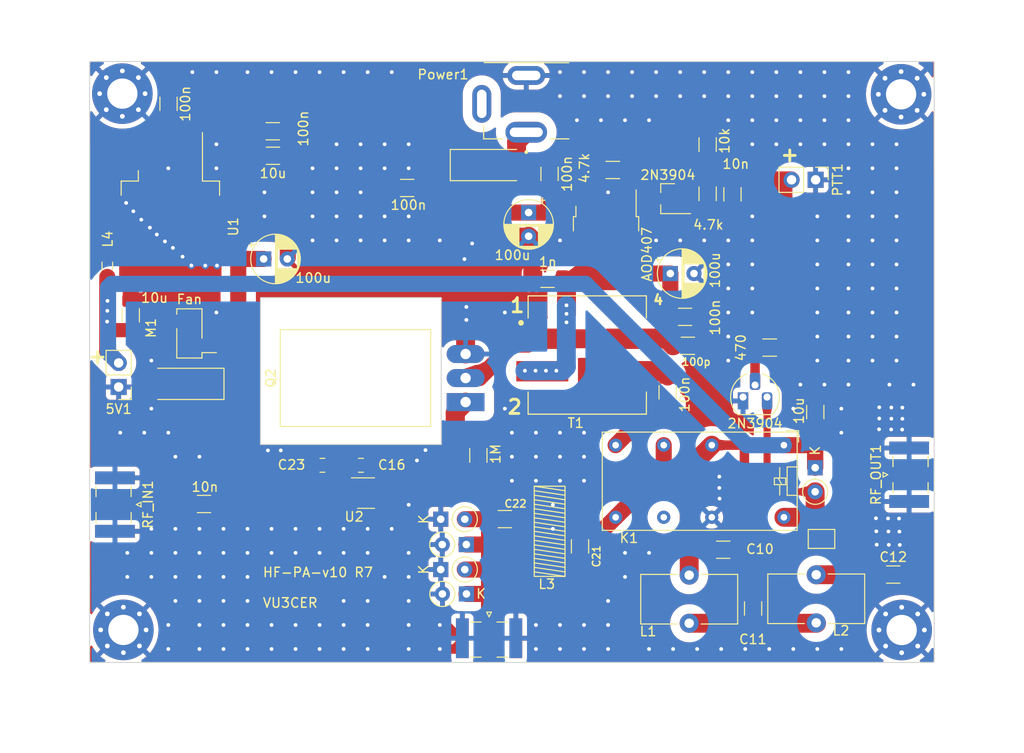
<source format=kicad_pcb>
(kicad_pcb (version 20221018) (generator pcbnew)
  (layers (0 "F.Cu" signal) (31 "B.Cu" signal) (35 "F.Paste" user) (37 "F.SilkS" user "F.Silkscreen") (38 "B.Mask" user) (39 "F.Mask" user) (44 "Edge.Cuts" user))
  (net 0 "")
  (net 1 "GND")
  (net 2 "+VDC")
  (net 3 "Net-(C7-Pad2)")
  (net 4 "PTT")
  (net 5 "/DRAIN")
  (net 6 "Net-(Q2-G)")
  (net 7 "Net-(Q3-G)")
  (net 8 "Net-(Q4-B)")
  (net 9 "+5V")
  (net 10 "12V")
  (net 12 "Net-(Q3-D)")
  (net 13 "Net-(C11-Pad1)")
  (net 14 "Net-(JP1-B)")
  (net 15 "RF_OUT")
  (net 16 "Net-(D3-A)")
  (net 17 "LPF")
  (net 18 "RX")
  (net 20 "Net-(Q1-B)")
  (net 21 "Net-(RF_IN1-In)")
  (net 22 "Net-(U2-IN+)")
  (net 23 "Net-(C21-Pad2)")
  (net 24 "Net-(D4-A)")
  (net 25 "Net-(U1-OUT)")
  (footprint "Capacitor_SMD:C_1206_3216Metric_Pad1.33x1.80mm_HandSolder" (layer "F.Cu") (at 157.0867 72.7964)
    (fp_text reference "C2" hide)
    (fp_text value "10u")
  )
  (footprint "Capacitor_SMD:C_1206_3216Metric_Pad1.33x1.80mm_HandSolder" (layer "F.Cu") (at 198.79 97.79 90)
    (fp_text reference "C7" hide)
    (fp_text value "100n")
  )
  (footprint "Package_TO_SOT_THT:TO-220-3_Horizontal_TabDown" (layer "F.Cu") (at 177.44 98.825 90)
    (fp_text reference "Q2")
    (fp_text value "IRF510")
  )
  (footprint "Diode_SMD:D_SMA_Handsoldering" (layer "F.Cu") (at 180.33 73.78)
    (fp_text reference "D1" hide)
    (fp_text value "SS34" hide)
  )
  (footprint "Capacitor_THT:CP_Radial_D5.0mm_P2.50mm" (layer "F.Cu") (at 199.0744 85.2424)
    (fp_text reference "C5" hide)
    (fp_text value "100u")
  )
  (footprint "Resistor_SMD:R_1206_3216Metric_Pad1.30x1.75mm_HandSolder" (layer "F.Cu") (at 203.015 71.6175 90)
    (fp_text reference "R2" hide)
    (fp_text value "10k")
  )
  (footprint "Diode_THT:D_DO-35_SOD27_P2.54mm_Vertical_KathodeUp" (layer "F.Cu") (at 174.814314 111.2)
    (fp_text reference "D4" hide)
    (fp_text value "1N4148" hide)
  )
  (footprint "MountingHole:MountingHole_3.2mm_M3_Pad_Via" (layer "F.Cu") (at 141.28 122.9)
    (fp_text reference "H3" hide)
    (fp_text value "MountingHole_Pad" hide)
  )
  (footprint "Capacitor_SMD:C_1206_3216Metric_Pad1.33x1.80mm_HandSolder" (layer "F.Cu") (at 186.1 85.8 180)
    (fp_text reference "C17" hide)
    (fp_text value "1n")
  )
  (footprint "Package_TO_SOT_SMD:SOT-23-5_HandSoldering" (layer "F.Cu") (at 166.9211 108.4425)
    (fp_text reference "U2")
    (fp_text value "UCC27517DBVR" hide)
  )
  (footprint "Connector_Coaxial:SMA_Samtec_SMA-J-P-X-ST-EM1_EdgeMount" (layer "F.Cu") (at 224.31 106.5 90)
    (fp_text reference "RF_OUT1")
    (fp_text value "SMA" hide)
  )
  (footprint "Capacitor_SMD:C_1206_3216Metric_Pad1.33x1.80mm_HandSolder" (layer "F.Cu") (at 205.64 76.8675 -90)
    (fp_text reference "C4" hide)
    (fp_text value "10n")
  )
  (footprint "Inductor_THT:L_Toroid_Vertical_L10.0mm_W5.0mm_P5.08mm" (layer "F.Cu") (at 214.49 122.15 180)
    (fp_text reference "L2")
    (fp_text value "360n" hide)
  )
  (footprint "Capacitor_THT:CP_Radial_D5.0mm_P2.50mm" (layer "F.Cu") (at 156.1 83.7)
    (fp_text reference "C20" hide)
    (fp_text value "100u")
  )
  (footprint "Diode_THT:D_DO-35_SOD27_P2.54mm_Vertical_KathodeUp" (layer "F.Cu") (at 177.515685 113.88 180)
    (fp_text reference "D7" hide)
    (fp_text value "1N4148" hide)
  )
  (footprint "Resistor_SMD:R_1206_3216Metric_Pad1.30x1.75mm_HandSolder" (layer "F.Cu") (at 178.79 104.46 -90)
    (fp_text reference "R1" hide)
    (fp_text value "1M")
  )
  (footprint "Capacitor_SMD:C_1206_3216Metric_Pad1.33x1.80mm_HandSolder" (layer "F.Cu") (at 186.309 74.7145 90)
    (fp_text reference "C14" hide)
    (fp_text value "100n")
  )
  (footprint "Connector_PinHeader_2.54mm:PinHeader_1x02_P2.54mm_Vertical" (layer "F.Cu") (at 214.4258 75.3364 -90)
    (fp_text reference "PTT1")
    (fp_text value "PTT" hide)
  )
  (footprint "Diode_THT:D_DO-35_SOD27_P2.54mm_Vertical_KathodeUp" (layer "F.Cu") (at 214.376 105.762315 -90)
    (fp_text reference "D3" hide)
    (fp_text value "1N4148" hide)
  )
  (footprint "footprints:XKB_DC-005-5A-2.0_Modded" (layer "F.Cu") (at 183.85 64.3125 -90)
    (fp_text reference "Power1")
    (fp_text value "DC-005 (Barrel Jack)" hide)
  )
  (footprint "Package_TO_SOT_SMD:TO-252-2" (layer "F.Cu") (at 192.28 81.7 -90)
    (fp_text reference "Q3" hide)
    (fp_text value "AOD407")
  )
  (footprint "Capacitor_THT:CP_Radial_D5.0mm_P2.50mm" (layer "F.Cu") (at 184.1 78.8 -90)
    (fp_text reference "C15" hide)
    (fp_text value "100u")
  )
  (footprint "Capacitor_SMD:C_1206_3216Metric_Pad1.33x1.80mm_HandSolder" (layer "F.Cu") (at 146.05 67.31 90)
    (fp_text reference "C9" hide)
    (fp_text value "100n")
  )
  (footprint "Connector_Coaxial:SMA_Samtec_SMA-J-P-X-ST-EM1_EdgeMount" (layer "F.Cu") (at 179.92 123.7775)
    (fp_text reference "RX1" hide)
    (fp_text value "SMA" hide)
  )
  (footprint "Capacitor_SMD:C_0805_2012Metric_Pad1.18x1.45mm_HandSolder" (layer "F.Cu") (at 166.3786 105.5025)
    (fp_text reference "C16")
    (fp_text value "10u")
  )
  (footprint "MountingHole:MountingHole_3.2mm_M3_Pad_Via" (layer "F.Cu") (at 223.52 122.91)
    (fp_text reference "H4" hide)
    (fp_text value "MountingHole_Pad" hide)
  )
  (footprint "Capacitor_SMD:C_1206_3216Metric_Pad1.33x1.80mm_HandSolder" (layer "F.Cu") (at 214.39 99.88 90)
    (fp_text reference "C13" hide)
    (fp_text value "10u")
  )
  (footprint "Capacitor_SMD:C_1206_3216Metric_Pad1.33x1.80mm_HandSolder" (layer "F.Cu") (at 157.0613 70.2056)
    (fp_text reference "C1" hide)
    (fp_text value "100n")
  )
  (footprint "Package_TO_SOT_SMD:TO-263-2" (layer "F.Cu") (at 146.245 80.295 -90)
    (fp_text reference "U1")
    (fp_text value "L7805")
  )
  (footprint "Resistor_SMD:R_1206_3216Metric_Pad1.30x1.75mm_HandSolder" (layer "F.Cu") (at 203.015 76.8175 90)
    (fp_text reference "R9" hide)
    (fp_text value "4.7k")
  )
  (footprint "Capacitor_SMD:C_1206_3216Metric_Pad1.33x1.80mm_HandSolder" (layer "F.Cu") (at 181.59 111.19 180)
    (fp_text reference "C22")
    (fp_text value "470p" hide)
  )
  (footprint "Capacitor_SMD:C_1206_3216Metric_Pad1.33x1.80mm_HandSolder" (layer "F.Cu") (at 171.2675 76.2 180)
    (fp_text reference "C18" hide)
    (fp_text value "100n")
  )
  (footprint "footprints:IND_SRF1260A-4R7Y-Longer-Pads" (layer "F.Cu") (at 190.295 93.85)
    (fp_text reference "T1")
    (fp_text value "Bifilar XFMR" hide)
  )
  (footprint "Package_TO_SOT_SMD:SOT-23_Handsoldering" (layer "F.Cu") (at 198.82 77.33 180)
    (fp_text reference "Q4" hide)
    (fp_text value "2N3904")
  )
  (footprint "Connector_Coaxial:SMA_Samtec_SMA-J-P-X-ST-EM1_EdgeMount" (layer "F.Cu") (at 140.3861 109.6525 -90)
    (fp_text reference "RF_IN1")
    (fp_text value "SMA" hide)
  )
  (footprint "Diode_SMD:D_SMA_Handsoldering" (layer "F.Cu") (at 147.4 96.9 180)
    (fp_text reference "D2" hide)
    (fp_text value "M7 (1N4007)" hide)
  )
  (footprint "Capacitor_SMD:C_1206_3216Metric_Pad1.33x1.80mm_HandSolder" (layer "F.Cu") (at 200.93 92.88)
    (fp_text reference "C3" hide)
    (fp_text value "100p")
  )
  (footprint "Connector_PinHeader_2.54mm:PinHeader_1x02_P2.54mm_Vertical" (layer "F.Cu") (at 140.78 97.23 180)
    (fp_text reference "5V1")
    (fp_text value "5V" hide)
  )
  (footprint "Capacitor_SMD:C_0805_2012Metric_Pad1.18x1.45mm_HandSolder" (layer "F.Cu") (at 162.3086 105.5025 180)
    (fp_text reference "C23")
    (fp_text value "100n" hide)
  )
  (footprint "Capacitor_SMD:C_1206_3216Metric_Pad1.33x1.80mm_HandSolder" (layer "F.Cu") (at 200.63 89.82)
    (fp_text reference "C6" hide)
    (fp_text value "100n")
  )
  (footprint "Jumper:SolderJumper-2_P1.3mm_Open_TrianglePad1.0x1.5mm" (layer "F.Cu") (at 215.048 113.284)
    (fp_text reference "JP1" hide)
    (fp_text value "Jumper_2_Open" hide)
  )
  (footprint "MountingHole:MountingHole_3.2mm_M3_Pad_Via" (layer "F.Cu") (at 141.17 66.23)
    (fp_text reference "H1" hide)
    (fp_text value "MountingHole_Pad" hide)
  )
  (footprint "Capacitor_SMD:C_1206_3216Metric_Pad1.33x1.80mm_HandSolder" (layer "F.Cu") (at 149.7961 109.5925)
    (fp_text reference "C19" hide)
    (fp_text value "10n")
  )
  (footprint "Diode_THT:D_DO-35_SOD27_P2.54mm_Vertical_KathodeUp" (layer "F.Cu") (at 174.814314 116.52)
    (fp_text reference "D6" hide)
    (fp_text value "1N4148" hide)
  )
  (footprint "Capacitor_SMD:C_1206_3216Metric_Pad1.33x1.80mm_HandSolder" (layer "F.Cu") (at 204.67 114.427)
    (fp_text reference "C10")
    (fp_text value "120p" hide)
  )
  (footprint "footprints:T37-2" (layer "F.Cu") (at 186.32 112.48 180)
    (fp_text reference "L3")
    (fp_text value "1.02u" hide)
  )
  (footprint "Relay_THT:Relay_DPDT_Omron_G5V-2" (layer "F.Cu") (at 211.074 103.378 -90)
    (fp_text reference "K1")
    (fp_text value "Omron G5V-2 / OEN 46-05-2C" hide)
  )
  (footprint "Inductor_SMD:L_0805_2012Metric_Pad1.05x1.20mm_HandSolder" (layer "F.Cu") (at 139.58 84.45 90)
    (fp_text reference "L4")
    (fp_text value "Ferrite Bead (2A)")
  )
  (footprint "Capacitor_SMD:C_1206_3216Metric_Pad1.33x1.80mm_HandSolder" (layer "F.Cu") (at 142.06 89.66 90)
    (fp_text reference "C8" hide)
    (fp_text value "10u")
  )
  (footprint "Inductor_THT:L_Toroid_Vertical_L10.0mm_W5.0mm_P5.08mm" (layer "F.Cu") (at 201.0675 117.115)
    (fp_text reference "L1")
    (fp_text value "360n" hide)
  )
  (footprint "Capacitor_SMD:C_1206_3216Metric_Pad1.33x1.80mm_HandSolder" (layer "F.Cu") (at 207.82 120.6325 90)
    (fp_text reference "C11")
    (fp_text value "200p" hide)
  )
  (footprint "Capacitor_SMD:C_1206_3216Metric_Pad1.33x1.80mm_HandSolder" (layer "F.Cu") (at 189.53 114.07 -90)
    (fp_text reference "C21")
    (fp_text value "470p" hide)
  )
  (footprint "MountingHole:MountingHole_3.2mm_M3_Pad_Via" (layer "F.Cu") (at 223.457056 66.302944)
    (fp_text reference "H2" hide)
    (fp_text value "MountingHole_Pad" hide)
  )
  (footprint "Resistor_SMD:R_1206_3216Metric_Pad1.30x1.75mm_HandSolder" (layer "F.Cu") (at 193 74.3 180)
    (fp_text reference "R8" hide)
    (fp_text value "4.7k")
  )
  (footprint "Capacitor_SMD:C_1206_3216Metric_Pad1.33x1.80mm_HandSolder" (layer "F.Cu") (at 222.6275 117.05)
    (fp_text reference "C12")
    (fp_text value "120p" hide)
  )
  (footprint "Connector_PinHeader_2.54mm:PinHeader_1x02_P2.54mm_Vertical_SMD_Pin1Left" (layer "F.Cu") (at 148.255 91.57 180)
    (fp_text reference "M1")
    (fp_text value "Fan")
  )
  (footprint "Resistor_SMD:R_1206_3216Metric_Pad1.30x1.75mm_HandSolder" (layer "F.Cu") (at 209.5754 93.0656 180)
    (fp_text reference "R4" hide)
    (fp_text value "470")
  )
  (footprint "Package_TO_SOT_THT:TO-92_HandSolder" (layer "F.Cu") (at 206.756 98.298)
    (fp_text reference "Q1" hide)
    (fp_text value "2N3904")
  )
  (footprint "Diode_THT:D_DO-35_SOD27_P2.54mm_Vertical_KathodeUp" (layer "F.Cu") (at 177.53 119.1 180)
    (fp_text reference "D5" hide)
    (fp_text value "1N4148" hide)
  )
  (gr_rect (start 137.713 62.835) (end 226.958 126.336) (stroke (width 0.1)) (fill none) (layer "Edge.Cuts"))
  (gr_rect (start 155.765 87.8) (end 174.865 103.3) (stroke (width 0.1)) (fill none) (layer "Edge.Cuts"))
  (gr_text "+" (at 137.44 94.85) (layer "F.SilkS") (effects (font (size 1.5 1.5) (thickness 0.3) bold) (justify left bottom)))
  (gr_text "2" (at 181.72 100.22) (layer "F.SilkS") (effects (font (size 1.5 1.5) (thickness 0.3) bold) (justify left bottom)))
  (gr_text "4" (at 197.15 88.61) (layer "F.SilkS") (effects (font (size 1 1) (thickness 0.25) bold) (justify left bottom)))
  (gr_text "1" (at 181.99 89.49) (layer "F.SilkS") (effects (font (size 1.5 1.5) (thickness 0.3) bold) (justify left bottom)))
  (gr_text "+" (at 210.57 73.53) (layer "F.SilkS") (effects (font (size 1.5 1.5) (thickness 0.3) bold) (justify left bottom)))
  (gr_text "HF-PA-v10 R7\n\nVU3CER" (at 155.9306 120.6246) (layer "F.SilkS") (effects (font (size 1 1)) (justify left bottom)))
  (segment (start 200.32 76.38) (end 200.32 72.46) (width 1) (layer "F.Cu") (net 1))
  (segment (start 181.2164 106.02) (end 182.3339 107.1375) (width 1) (layer "F.Cu") (net 1))
  (segment (start 184.5375 81.7375) (end 184.1 81.3) (width 2) (layer "F.Cu") (net 1))
  (segment (start 207.825 117.413641) (end 207.825 119.065) (width 1.5) (layer "F.Cu") (net 1))
  (segment (start 144.272 88.0975) (end 146.5595 88.0975) (width 1.7) (layer "F.Cu") (net 1))
  (segment (start 144.2339 88.1356) (end 144.272 88.0975) (width 1.7) (layer "F.Cu") (net 1))
  (segment (start 200.32 71.45) (end 200.32 70.7875) (width 1) (layer "F.Cu") (net 1))
  (segment (start 158.6492 78.5) (end 158.6492 83.5867) (width 1.7) (layer "F.Cu") (net 1))
  (segment (start 206.94632 115.29232) (end 206.081 114.427) (width 1.5) (layer "F.Cu") (net 1))
  (segment (start 180.2 106.01) (end 178.79 106.01) (width 1) (layer "F.Cu") (net 1))
  (segment (start 184.5375 85.8) (end 184.5375 81.7375) (width 2) (layer "F.Cu") (net 1))
  (segment (start 177.44 90.0982) (end 177.44 88.7686) (width 2) (layer "F.Cu") (net 1))
  (segment (start 180.21 106.02) (end 180.9114 106.02) (width 1) (layer "F.Cu") (net 1))
  (segment (start 200.28 72.5) (end 186.961 72.5) (width 1) (layer "F.Cu") (net 1))
  (segment (start 144.2339 94.4375) (end 144.2339 88.1356) (width 1.7) (layer "F.Cu") (net 1))
  (segment (start 200.32 72.46) (end 200.28 72.5) (width 1) (layer "F.Cu") (net 1))
  (segment (start 158.6492 72.7964) (end 158.6492 70.231) (width 1.7) (layer "F.Cu") (net 1))
  (segment (start 200.32 70.7875) (end 200.9 70.2075) (width 1) (layer "F.Cu") (net 1))
  (segment (start 142.06 88.0975) (end 142.06 85.63) (width 1.7) (layer "F.Cu") (net 1))
  (segment (start 142.06 88.0975) (end 144.272 88.0975) (width 1.7) (layer "F.Cu") (net 1))
  (segment (start 177.44 82.7068) (end 178.0794 82.0674) (width 2) (layer "F.Cu") (net 1))
  (segment (start 200.903 70.0675) (end 200.32 70.6505) (width 1) (layer "F.Cu") (net 1))
  (segment (start 186.461 73) (end 185.9 73) (width 1) (layer "F.Cu") (net 1))
  (segment (start 146.6 88.138) (end 146.6 82.15) (width 1.7) (layer "F.Cu") (net 1))
  (segment (start 168.2711 110.15) (end 168.2711 111.0403) (width 1) (layer "F.Cu") (net 1))
  (segment (start 180.21 106.02) (end 181.2164 106.02) (width 1) (layer "F.Cu") (net 1))
  (segment (start 174.7139 122.3775) (end 175.3875 122.3775) (width 1) (layer "F.Cu") (net 1))
  (segment (start 200.9 70.2075) (end 202.145 70.2075) (width 0.75) (layer "F.Cu") (net 1))
  (segment (start 168.4567 111.0403) (end 169.6339 112.2175) (width 1) (layer "F.Cu") (net 1))
  (segment (start 177.44 83.5958) (end 177.44 82.7068) (width 2) (layer "F.Cu") (net 1))
  (segment (start 146.5595 88.0975) (end 146.6 88.138) (width 1.7) (layer "F.Cu") (net 1))
  (segment (start 177.44 93.745) (end 177.44 90.1402) (width 2) (layer "F.Cu") (net 1))
  (segment (start 186.7 73.4) (end 186.061 73.4) (width 1) (layer "F.Cu") (net 1))
  (segment (start 180.21 106.02) (end 180.2 106.01) (width 1) (layer "F.Cu") (net 1))
  (segment (start 146.6 90.3) (end 146.6 88.138) (width 1.7) (layer "F.Cu") (net 1))
  (segment (start 168.2711 111.0403) (end 168.4567 111.0403) (width 1) (layer "F.Cu") (net 1))
  (segment (start 200.32 71.45) (end 200.32 70.6505) (width 1) (layer "F.Cu") (net 1))
  (segment (start 203.015 70.0675) (end 200.903 70.0675) (width 1) (layer "F.Cu") (net 1))
  (segment (start 174.7139 124.9175) (end 176.2725 124.9175) (width 1) (layer "F.Cu") (net 1))
  (segment (start 207.825 119.065) (end 207.82 119.07) (width 1.5) (layer "F.Cu") (net 1))
  (segment (start 167.2261 108.4425) (end 168.1761 109.3925) (width 0.5) (layer "F.Cu") (net 1))
  (segment (start 176.2725 124.9175) (end 177.1 124.09) (width 1) (layer "F.Cu") (net 1))
  (segment (start 168.2711 111.0403) (end 167.0939 112.2175) (width 1) (layer "F.Cu") (net 1))
  (segment (start 168.2711 109.3925) (end 168.2711 110.15) (width 1) (layer "F.Cu") (net 1))
  (segment (start 165.6661 108.4425) (end 167.2261 108.4425) (width 0.5) (layer "F.Cu") (net 1))
  (segment (start 200.32 72.46) (end 200.32 71.45) (width 1) (layer "F.Cu") (net 1))
  (segment (start 177.44 88.7266) (end 177.44 83.841) (width 2) (layer "F.Cu") (net 1))
  (segment (start 158.6492 72.7964) (end 158.6492 78.5) (width 1.7) (layer "F.Cu") (net 1))
  (segment (start 186.7 72.761) (end 186.7 73.4) (width 1) (layer "F.Cu") (net 1))
  (segment (start 178.7544 81.3924) (end 183.896 81.3924) (width 2) (layer "F.Cu") (net 1))
  (segment (start 178.1302 82.0166) (end 178.7544 81.3924) (width 2) (layer "F.Cu") (net 1))
  (segment (start 178.5 106.02) (end 180.21 106.02) (width 1) (layer "F.Cu") (net 1))
  (segment (start 175.3875 122.3775) (end 177.1 124.09) (width 1) (layer "F.Cu") (net 1))
  (segment (start 180.9114 106.02) (end 182.3339 104.5975) (width 1) (layer "F.Cu") (net 1))
  (segment (start 186.961 72.5) (end 186.7 72.761) (width 1) (layer "F.Cu") (net 1))
  (via (at 217.145 99.5175) (size 0.8) (drill 0.4) (layers "F.Cu" "B.Cu") (net 1))
  (via (at 156.9339 122.3775) (size 0.8) (drill 0.4) (layers "F.Cu" "B.Cu") (net 1))
  (via (at 205.1939 69.0375) (size 0.8) (drill 0.4) (layers "F.Cu" "B.Cu") (net 1))
  (via (at 205.1939 63.9575) (size 0.8) (drill 0.4) (layers "F.Cu" "B.Cu") (net 1))
  (via (at 167.0939 119.8375) (size 0.8) (drill 0.4) (layers "F.Cu" "B.Cu") (net 1))
  (via (at 187.4139 102.0575) (size 0.8) (drill 0.4) (layers "F.Cu" "B.Cu") (net 1))
  (via (at 162.0139 124.9175) (size 0.8) (drill 0.4) (layers "F.Cu" "B.Cu") (net 1))
  (via (at 182.3339 107.1375) (size 0.8) (drill 0.4) (layers "F.Cu" "B.Cu") (net 1))
  (via (at 187.4139 122.3775) (size 0.8) (drill 0.4) (layers "F.Cu" "B.Cu") (net 1))
  (via (at 186.665 112.2175) (size 0.8) (drill 0.4) (layers "F.Cu" "B.Cu") (net 1))
  (via (at 215.3539 69.0375) (size 0.8) (drill 0.4) (layers "F.Cu" "B.Cu") (net 1))
  (via (at 159.4739 114.7575) (size 0.8) (drill 0.4) (layers "F.Cu" "B.Cu") (net 1))
  (via (at 187.4139 104.5975) (size 0.8) (drill 0.4) (layers "F.Cu" "B.Cu") (net 1))
  (via (at 177.5206 88.773) (size 0.8) (drill 0.4) (layers "F.Cu" "B.Cu") (net 1))
  (via (at 214.605 79.1975) (size 0.8) (drill 0.4) (layers "F.Cu" "B.Cu") (net 1))
  (via (at 145.67 81.85) (size 0.8) (drill 0.4) (layers "F.Cu" "B.Cu") (net 1))
  (via (at 222.225 96.9775) (size 0.8) (drill 0.4) (layers "F.Cu" "B.Cu") (net 1))
  (via (at 166.345 81.7375) (size 0.8) (drill 0.4) (layers "F.Cu" "B.Cu") (net 1))
  (via (at 146.025 102.0575) (size 0.8) (drill 0.4) (layers "F.Cu" "B.Cu") (net 1))
  (via (at 200.1139 63.9575) (size 0.8) (drill 0.4) (layers "F.Cu" "B.Cu") (net 1))
  (via (at 222.43 99.4) (size 0.8) (drill 0.4) (layers "F.Cu" "B.Cu") (net 1))
  (via (at 146.7739 117.2975) (size 0.8) (drill 0.4) (layers "F.Cu" "B.Cu") (net 1))
  (via (at 187.4139 124.9175) (size 0.8) (drill 0.4) (layers "F.Cu" "B.Cu") (net 1))
  (via (at 223.59 100.59) (size 0.8) (drill 0.4) (layers "F.Cu" "B.Cu") (net 1))
  (via (at 215.3539 66.4975) (size 0.8) (drill 0.4) (layers "F.Cu" "B.Cu") (net 1))
  (via (at 222.12 112.5) (size 0.8) (drill 0.4) (layers "F.Cu" "B.Cu") (net 1))
  (via (at 223.57 101.73) (size 0.8) (drill 0.4) (layers "F.Cu" "B.Cu") (net 1))
  (via (at 143.17 79.55) (size 0.8) (drill 0.4) (layers "F.Cu" "B.Cu") (net 1))
  (via (at 163.805 76.6575) (size 0.8) (drill 0.4) (layers "F.Cu" "B.Cu") (net 1))
  (via (at 204.445 124.9175) (size 0.8) (drill 0.4) (layers "F.Cu" "B.Cu") (net 1))
  (via (at 204.275 109.025) (size 0.8) (drill 0.4) (layers "F.Cu" "B.Cu") (net 1))
  (via (at 144.2339 114.7575) (size 0.8) (drill 0.4) (layers "F.Cu" "B.Cu") (net 1))
  (via (at 202.6539 63.9575) (size 0.8) (drill 0.4) (layers "F.Cu" "B.Cu") (net 1))
  (via (at 207.7339 69.0375) (size 0.8) (drill 0.4) (layers "F.Cu" "B.Cu") (net 1))
  (via (at 149.3139 114.7575) (size 0.8) (drill 0.4) (layers "F.Cu" "B.Cu") (net 1))
  (via (at 212.065 124.9175) (size 0.8) (drill 0.4) (layers "F.Cu" "B.Cu") (net 1))
  (via (at 187.4139 63.9575) (size 0.8) (drill 0.4) (layers "F.Cu" "B.Cu") (net 1))
  (via (at 223.28 112.51) (size 0.8) (drill 0.4) (layers "F.Cu" "B.Cu") (net 1))
  (via (at 156.185 79.1975) (size 0.8) (drill 0.4) (layers "F.Cu" "B.Cu") (net 1))
  (via (at 141.57 77.78) (size 0.8) (drill 0.4) (layers "F.Cu" "B.Cu") (net 1))
  (via (at 222.9739 81.7375) (size 0.8) (drill 0.4) (layers "F.Cu" "B.Cu") (net 1))
  (via (at 154.3939 117.2975) (size 0.8) (drill 0.4) (layers "F.Cu" "B.Cu") (net 1))
  (via (at 217.8939 91.8975) (size 0.8) (drill 0.4) (layers "F.Cu" "B.Cu") (net 1))
  (via (at 221.15 99.38) (size 0.8) (drill 0.4) (layers "F.Cu" "B.Cu") (net 1))
  (via (at 217.8939 79.1975) (size 0.8) (drill 0.4) (layers "F.Cu" "B.Cu") (net 1))
  (via (at 187.4139 107.1375) (size 0.8) (drill 0.4) (layers "F.Cu" "B.Cu") (net 1))
  (via (at 214.605 89.3575) (size 0.8) (drill 0.4) (layers "F.Cu" "B.Cu") (net 1))
  (via (at 154.3939 124.9175) (size 0.8) (drill 0.4) (layers "F.Cu" "B.Cu") (net 1))
  (via (at 186.665 109.6775) (size 0.8) (drill 0.4) (layers "F.Cu" "B.Cu") (net 1))
  (via (at 151.8539 114.7575) (size 0.8) (drill 0.4) (layers "F.Cu" "B.Cu") (net 1))
  (via (at 222.9739 71.5775) (size 0.8) (drill 0.4) (layers "F.Cu" "B.Cu") (net 1))
  (via (at 207.7339 66.4975) (size 0.8) (drill 0.4) (layers "F.Cu" "B.Cu") (net 1))
  (via (at 161.265 81.7375) (size 0.8) (drill 0.4) (layers "F.Cu" "B.Cu") (net 1))
  (via (at 161.265 79.1975) (size 0.8) (drill 0.4) (layers "F.Cu" "B.Cu") (net 1))
  (via (at 214.605 91.8975) (size 0.8) (drill 0.4) (layers "F.Cu" "B.Cu") (net 1))
  (via (at 217.145 102.0575) (size 0.8) (drill 0.4) (layers "F.Cu" "B.Cu") (net 1))
  (via (at 192.4939 122.3775) (size 0.8) (drill 0.4) (layers "F.Cu" "B.Cu") (net 1))
  (via (at 163.805 81.7375) (size 0.8) (drill 0.4) (layers "F.Cu" "B.Cu") (net 1))
  (via (at 217.8939 84.2775) (size 0.8) (drill 0.4) (layers "F.Cu" "B.Cu") (net 1))
  (via (at 161.265 76.6575) (size 0.8) (drill 0.4) (layers "F.Cu" "B.Cu") (net 1))
  (via (at 217.8939 71.5775) (size 0.8) (drill 0.4) (layers "F.Cu" "B.Cu") (net 1))
  (via (at 171.425 122.3775) (size 0.8) (drill 0.4) (layers "F.Cu" "B.Cu") (net 1))
  (via (at 217.8939 94.4375) (size 0.8) (drill 0.4) (layers "F.Cu" "B.Cu") (net 1))
  (via (at 189.205 69.0375) (size 0.8) (drill 0.4) (layers "F.Cu" "B.Cu") (net 1))
  (via (at 154.3939 119.8375) (size 0.8) (drill 0.4) (layers "F.Cu" "B.Cu") (net 1))
  (via (at 184.8739 104.5975) (size 0.8) (drill 0.4) (layers "F.Cu" "B.Cu") (net 1))
  (via (at 147.53 83.46) (size 0.8) (drill 0.4) (layers "F.Cu" "B.Cu") (net 1))
  (via (at 168.885 81.7375) (size 0.8) (drill 0.4) (layers "F.Cu" "B.Cu") (net 1))
  (via (at 149.93 84.4) (size 0.8) (drill 0.4) (layers "F.Cu" "B.Cu") (net 1))
  (via (at 207.7339 79.1975) (size 0.8) (drill 0.4) (layers "F.Cu" "B.Cu") (net 1))
  (via (at 212.8139 96.9775) (size 0.8) (drill 0.4) (layers "F.Cu" "B.Cu") (net 1))
  (via (at 214.605 86.8175) (size 0.8) (drill 0.4) (layers "F.Cu" "B.Cu") (net 1))
  (via (at 222.41 101.72) (size 0.8) (drill 0.4) (layers "F.Cu" "B.Cu") (net 1))
  (via (at 144.81 81.12) (size 0.8) (drill 0.4) (layers "F.Cu" "B.Cu") (net 1))
  (via (at 144.2339 99.5175) (size 0.8) (drill 0.4) (layers "F.Cu" "B.Cu") (net 1))
  (via (at 217.8939 81.7375) (size 0.8) (drill 0.4) (layers "F.Cu" "B.Cu") (net 1))
  (via (at 215.3539 63.9575) (size 0.8) (drill 0.4) (layers "F.Cu" "B.Cu") (net 1))
  (via (at 171.425 114.7575) (size 0.8) (drill 0.4) (layers "F.Cu" "B.Cu") (net 1))
  (via (at 157.91 103.93) (size 0.8) (drill 0.4) (layers "F.Cu" "B.Cu") (net 1))
  (via (at 195.0339 66.4975) (size 0.8) (drill 0.4) (layers "F.Cu" "B.Cu") (net 1))
  (via (at 217.8939 69.0375) (size 0.8) (drill 0.4) (layers "F.Cu" "B.Cu") (net 1))
  (via (at 162.0139 122.3775) (size 0.8) (drill 0.4) (layers "F.Cu" "B.Cu") (net 1))
  (via (at 168.885 79.1975) (size 0.8) (drill 0.4) (layers "F.Cu" "B.Cu") (net 1))
  (via (at 189.9539 122.3775) (size 0.8) (drill 0.4) (layers "F.Cu" "B.Cu") (net 1))
  (via (at 189.9539 104.5975) (size 0.8) (drill 0.4) (layers "F.Cu" "B.Cu") (net 1))
  (via (at 174.7139 81.7375) (size 0.8) (drill 0.4) (layers "F.Cu" "B.Cu") (net 1))
  (via (at 171.425 79.1975) (size 0.8) (drill 0.4) (layers "F.Cu" "B.Cu") (net 1))
  (via (at 214.605 84.2775) (size 0.8) (drill 0.4) (layers "F.Cu" "B.Cu") (net 1))
  (via (at 222.08 111.12) (size 0.8) (drill 0.4) (layers "F.Cu" "B.Cu") (net 1))
  (via (at 217.8939 86.8175) (size 0.8) (drill 0.4) (layers "F.Cu" "B.Cu") (net 1))
  (via (at 141.6939 114.7575) (size 0.8) (drill 0.4) (layers "F.Cu" "B.Cu") (net 1))
  (via (at 156.9339 112.2175) (size 0.8) (drill 0.4) (layers "F.Cu" "B.Cu") (net 1))
  (via (at 222.9739 86.8175) (size 0.8) (drill 0.4) (layers "F.Cu" "B.Cu") (net 1))
  (via (at 223.59 99.41) (size 0.8) (drill 0.4) (layers "F.Cu" "B.Cu") (net 1))
  (via (at 191.745 69.0375) (size 0.8) (drill 0.4) (layers "F.Cu" "B.Cu") (net 1))
  (via (at 154.3939 112.2175) (size 0.8) (drill 0.4) (layers "F.Cu" "B.Cu") (net 1))
  (via (at 156.9339 63.9575) (size 0.8) (drill 0.4) (layers "F.Cu" "B.Cu") (net 1))
  (via (at 168.885 74.1175) (size 0.8) (drill 0.4) (layers "F.Cu" "B.Cu") (net 1))
  (via (at 149.3139 119.8375) (size 0.8) (drill 0.4) (layers "F.Cu" "B.Cu") (net 1))
  (via (at 161.265 74.1175) (size 0.8) (drill 0.4) (layers "F.Cu" "B.Cu") (net 1))
  (via (at 212.8139 66.4975) (size 0.8) (drill 0.4) (layers "F.Cu" "B.Cu") (net 1))
  (via (at 148.46 84.39) (size 0.8) (drill 0.4) (layers "F.Cu" "B.Cu") (net 1))
  (via (at 192.4939 66.4975) (size 0.8) (drill 0.4) (layers "F.Cu" "B.Cu") (net 1))
  (via (at 163.805 71.5775) (size 0.8) (drill 0.4) (layers "F.Cu" "B.Cu") (net 1))
  (via (at 171.425 74.1175) (size 0.8) (drill 0.4) (layers "F.Cu" "B.Cu") (net 1))
  (via (at 220.88 113.89) (size 0.8) (drill 0.4) (layers "F.Cu" "B.Cu") (net 1))
  (via (at 192.4939 119.8375) (size 0.8) (drill 0.4) (layers "F.Cu" "B.Cu") (net 1))
  (via (at 171.425 71.5775) (size 0.8) (drill 0.4) (layers "F.Cu" "B.Cu") (net 1))
  (via (at 220.4339 74.1175) (size 0.8) (drill 0.4) (layers "F.Cu" "B.Cu") (net 1))
  (via (at 217.8939 66.4975) (size 0.8) (drill 0.4) (layers "F.Cu" "B.Cu") (net 1))
  (via (at 184.8739 107.1375) (size 0.8) (drill 0.4) (layers "F.Cu" "B.Cu") (net 1))
  (via (at 189.9539 107.1375) (size 0.8) (drill 0.4) (layers "F.Cu" "B.Cu") (net 1))
  (via (at 173.2 103.9) (size 0.8) (drill 0.4) (layers "F.Cu" "B.Cu") (net 1))
  (via (at 144.2339 112.2175) (size 0.8) (drill 0.4) (layers "F.Cu" "B.Cu") (net 1))
  (via (at 204.25 107.9) (size 0.8) (drill 0.4) (layers "F.Cu" "B.Cu") (net 1))
  (via (at 222.9739 79.1975) (size 0.8) (drill 0.4) (layers "F.Cu" "B.Cu") (net 1))
  (via (at 163.805 79.1975) (size 0.8) (drill 0.4) (layers "F.Cu" "B.Cu") (net 1))
  (via (at 222.9739 91.8975) (size 0.8) (drill 0.4) (layers "F.Cu" "B.Cu") (net 1))
  (via (at 212.8139 71.5775) (size 0.8) (drill 0.4) (layers "F.Cu" "B.Cu") (net 1))
  (via (at 210.2739 71.5775) (size 0.8) (drill 0.4) (layers "F.Cu" "B.Cu") (net 1))
  (via (at 149.3139 112.2175) (size 0.8) (drill 0.4) (layers "F.Cu" "B.Cu") (net 1))
  (via (at 141.6939 117.2975) (size 0.8) (drill 0.4) (layers "F.Cu" "B.Cu") (net 1))
  (via (at 189.9539 102.0575) (size 0.8) (drill 0.4) (layers "F.Cu" "B.Cu") (net 1))
  (via (at 162.0139 112.2175) (size 0.8) (drill 0.4) (layers "F.Cu" "B.Cu") (net 1))
  (via (at 174.7139 124.9175) (size 0.8) (drill 0.4) (layers "F.Cu" "B.Cu") (net 1))
  (via (at 140.945 102.0575) (size 0.8) (drill 0.4) (layers "F.Cu" "B.Cu") (net 1))
  (via (at 154.3939 114.7575) (size 0.8) (drill 0.4) (layers "F.Cu" "B.Cu") (net 1))
  (via (at 142.33 78.66) (size 0.8) (drill 0.4) (layers "F.Cu" "B.Cu") (net 1))
  (via (at 149.3139 122.3775) (size 0.8) (drill 0.4) (layers "F.Cu" "B.Cu") (net 1))
  (via (at 223.32 113.92) (size 0.8) (drill 0.4) (layers "F.Cu" "B.Cu") (net 1))
  (via (at 167.0939 124.9175) (size 0.8) (drill 0.4) (layers "F.Cu" "B.Cu") (net 1))
  (via (at 154.3939 122.3775) (size 0.8) (drill 0.4) (layers "F.Cu" "B.Cu") (net 1))
  (via (at 174.7139 122.3775) (size 0.8) (drill 0.4) (layers "F.Cu" "B.Cu") (net 1))
  (via (at 146.025 74.1175) (size 0.8) (drill 0.4) (layers "F.Cu" "B.Cu") (net 1))
  (via (at 217.8939 74.1175) (size 0.8) (drill 0.4) (layers "F.Cu" "B.Cu") (net 1))
  (via (at 197.5739 63.9575) (size 0.8) (drill 0.4) (layers "F.Cu" "B.Cu") (net 1))
  (via (at 149.3139 117.2975) (size 0.8) (drill 0.4) (layers "F.Cu" "B.Cu") (net 1))
  (via (at 197.5739 81.7375) (size 0.8) (drill 0.4) (layers "F.Cu" "B.Cu") (net 1))
  (via (at 221.13 101.7) (size 0.8) (drill 0.4) (layers "F.Cu" "B.Cu") (net 1))
  (via (at 197.5739 66.4975) (size 0.8) (drill 0.4) (layers "F.Cu" "B.Cu") (net 1))
  (via (at 167.0939 122.3775) (size 0.8) (drill 0.4) (layers "F.Cu" "B.Cu") (net 1))
  (via (at 194.285 117.2975) (size 0.8) (drill 0.4) (layers "F.Cu" "B.Cu") (net 1))
  (via (at 162.0139 63.9575) (size 0.8) (drill 0.4) (layers "F.Cu" "B.Cu") (net 1))
  (via (at 196.825 124.9175) (size 0.8) (drill 0.4) (layers "F.Cu" "B.Cu") (net 1))
  (via (at 151.8539 112.2175) (size 0.8) (drill 0.4) (layers "F.Cu" "B.Cu") (net 1))
  (via (at 194.285 114.7575) (size 0.8) (drill 0.4) (layers "F.Cu" "B.Cu") (net 1))
  (via (at 205.1939 66.4975) (size 0.8) (drill 0.4) (layers "F.Cu" "B.Cu") (net 1))
  (via (at 187.4139 81.7375) (size 0.8) (drill 0.4) (layers "F.Cu" "B.Cu") (net 1))
  (via (at 166.345 76.6575) (size 0.8) (drill 0.4) (layers "F.Cu" "B.Cu") (net 1))
  (via (at 154.3939 63.9575) (size 0.8) (drill 0.4) (layers "F.Cu" "B.Cu") (net 1))
  (via (at 151.8539 122.3775) (size 0.8) (drill 0.4) (layers "F.Cu" "B.Cu") (net 1))
  (via (at 164.5539 119.8375) (size 0.8) (drill 0.4) (layers "F.Cu" "B.Cu") (net 1))
  (via (at 189.9539 63.9575) (size 0.8) (drill 0.4) (layers "F.Cu" "B.Cu") (net 1))
  (via (at 222.9739 89.3575) (size 0.8) (drill 0.4) (layers "F.Cu" "B.Cu") (net 1))
  (via (at 207.7339 89.3575) (size 0.8) (drill 0.4) (layers "F.Cu" "B.Cu") (net 1))
  (via (at 200.1139 81.7375) (size 0.8) (drill 0.4) (layers "F.Cu" "B.Cu") (net 1))
  (via (at 215.3539 71.5775) (size 0.8) (drill 0.4) (layers "F.Cu" "B.Cu") (net 1))
  (via (at 220.8 111.1) (size 0.8) (drill 0.4) (layers "F.Cu" "B.Cu") (net 1))
  (via (at 199.365 124.9175) (size 0.8) (drill 0.4) (layers "F.Cu" "B.Cu") (net 1))
  (via (at 164.5539 114.7575) (size 0.8) (drill 0.4) (layers "F.Cu" "B.Cu") (net 1))
  (via (at 220.4339 94.4375) (size 0.8) (drill 0.4) (layers "F.Cu" "B.Cu") (net 1))
  (via (at 156.9339 124.9175) (size 0.8) (drill 0.4) (layers "F.Cu" "B.Cu") (net 1))
  (via (at 220.4339 79.1975) (size 0.8) (drill 0.4) (layers "F.Cu" "B.Cu") (net 1))
  (via (at 151.8539 124.9175) (size 0.8) (drill 0.4) (layers "F.Cu" "B.Cu") (net 1))
  (via (at 168.885 117.2975) (size 0.8) (drill 0.4) (layers "F.Cu" "B.Cu") (net 1))
  (via (at 220.4339 89.3575) (size 0.8) (drill 0.4) (layers "F.Cu" "B.Cu") (net 1))
  (via (at 210.2739 63.9575) (size 0.8) (drill 0.4) (layers "F.Cu" "B.Cu") (net 1))
  (via (at 168.885 71.5775) (size 0.8) (drill 0.4) (layers "F.Cu" "B.Cu") (net 1))
  (via (at 196.825 114.7575) (size 0.8) (drill 0.4) (layers "F.Cu" "B.Cu") (net 1))
  (via (at 201.905 124.9175) (size 0.8) (drill 0.4) (layers "F.Cu" "B.Cu") (net 1))
  (via (at 205.1939 89.3575) (size 0.8) (drill 0.4) (layers "F.Cu" "B.Cu") (net 1))
  (via (at 192.4939 76.6575) (size 0.8) (drill 0.4) (layers "F.Cu" "B.Cu") (net 1))
  (via (at 184.8739 122.3775) (size 0.8) (drill 0.4) (layers "F.Cu" "B.Cu") (net 1))
  (via (at 207.7339 81.7375) (size 0.8) (drill 0.4) (layers "F.Cu" "B.Cu") (net 1))
  (via (at 146.51 82.53) (size 0.8) (drill 0.4) (layers "F.Cu" "B.Cu") (net 1))
  (via (at 205.1939 84.2775) (size 0.8) (drill 0.4) (layers "F.Cu" "B.Cu") (net 1))
  (via (at 202.6539 66.4975) (size 0.8) (drill 0.4) (layers "F.Cu" "B.Cu") (net 1))
  (via (at 181.585 99.5175) (size 0.8) (drill 0.4) (layers "F.Cu" "B.Cu") (net 1))
  (via (at 146.7739 104.5975) (size 0.8) (drill 0.4) (layers "F.Cu" "B.Cu") (net 1))
  (via (at 151.8539 117.2975) (size 0.8) (drill 0.4) (layers "F.Cu" "B.Cu") (net 1))
  (via (at 171.425 81.7375) (size 0.8) (drill 0.4) (layers "F.Cu" "B.Cu") (net 1))
  (via (at 184.8739 102.0575) (size 0.8) (drill 0.4) (layers "F.Cu" "B.Cu") (net 1))
  (via (at 220.4339 84.2775) (size 0.8) (drill 0.4) (layers "F.Cu" "B.Cu") (net 1))
  (via (at 164.5539 122.3775) (size 0.8) (drill 0.4) (layers "F.Cu" "B.Cu") (net 1))
  (via (at 146.7739 112.2175) (size 0.8) (drill 0.4) (layers "F.Cu" "B.Cu") (net 1))
  (via (at 217.8939 76.6575) (size 0.8) (drill 0.4) (layers "F.Cu" "B.Cu") (net 1))
  (via (at 162.0139 114.7575) (size 0.8) (drill 0.4) (layers "F.Cu" "B.Cu") (net 1))
  (via (at 205.1939 94.4375) (size 0.8) (drill 0.4) (layers "F.Cu" "B.Cu") (net 1))
  (via (at 214.605 81.7375) (size 0.8) (drill 0.4) (layers "F.Cu" "B.Cu") (net 1))
  (via (at 215.3539 96.9775) (size 0.8) (drill 0.4) (layers "F.Cu" "B.Cu") (net 1))
  (via (at 222.9739 94.4375) (size 0.8) (drill 0.4) (layers "F.Cu" "B.Cu") (net 1))
  (via (at 177.5206 90.1446) (size 0.8) (drill 0.4) (layers "F.Cu" "B.Cu") (net 1))
  (via (at 204.25 106.7) (size 0.8) (drill 0.4) (layers "F.Cu" "B.Cu") (net 1))
  (via (at 184.8739 124.9175) (size 0.8) (drill 0.4) (layers "F.Cu" "B.Cu") (net 1))
  (via (at 178.1302 82.0674) (size 0.8) (drill 0.4) (layers "F.Cu" "B.Cu") (net 1))
  (via (at 182.3339 102.0575) (size 0.8) (drill 0.4) (layers "F.Cu" "B.Cu") (net 1))
  (via (at 210.2739 69.0375) (size 0.8) (drill 0.4) (layers "F.Cu" "B.Cu") (net 1))
  (via (at 144.2339 117.2975) (size 0.8) (drill 0.4) (layers "F.Cu" "B.Cu") (net 1))
  (via (at 214.605 124.9175) (size 0.8) (drill 0.4) (layers "F.Cu" "B.Cu") (net 1))
  (via (at 220.4339 81.7375) (size 0.8) (drill 0.4) (layers "F.Cu" "B.Cu") (net 1))
  (via (at 222.9739 74.1175) (size 0.8) (drill 0.4) (layers "F.Cu" "B.Cu") (net 1))
  (via (at 156.9339 114.7575) (size 0.8) (drill 0.4) (layers "F.Cu" "B.Cu") (net 1))
  (via (at 220.4339 76.6575) (size 0.8) (drill 0.4) (layers "F.Cu" "B.Cu") (net 1))
  (via (at 151.105 74.1175) (size 0.8) (drill 0.4) (layers "F.Cu" "B.Cu") (net 1))
  (via (at 220.4339 71.5775) (size 0.8) (drill 0.4) (layers "F.Cu" "B.Cu") (net 1))
  (via (at 222.9739 84.2775) (size 0.8) (drill 0.4) (layers "F.Cu" "B.Cu") (net 1))
  (via (at 200.1139 66.4975) (size 0.8) (drill 0.4) (layers "F.Cu" "B.Cu") (net 1))
  (via (at 217.8939 63.9575) (size 0.8) (drill 0.4) (layers "F.Cu" "B.Cu") (net 1))
  (via (at 148.565 63.9575) (size 0.8) (drill 0.4) (layers "F.Cu" "B.Cu") (net 1))
  (via (at 151.105 63.9575) (size 0.8) (drill 0.4) (layers "F.Cu" "B.Cu") (net 1))
  (via (at 166.345 74.1175) (size 0.8) (drill 0.4) (layers "F.Cu" "B.Cu") (net 1))
  (via (at 181.585 89.3575) (size 0.8) (drill 0.4) (layers "F.Cu" "B.Cu") (net 1))
  (via (at 207.7339 84.2775) (size 0.8) (drill 0.4) (layers "F.Cu" "B.Cu") (net 1))
  (via (at 207.7339 86.8175) (size 0.8) (drill 0.4) (layers "F.Cu" "B.Cu") (net 1))
  (via (at 169.6339 63.9575) (size 0.8) (drill 0.4) (layers "F.Cu" "B.Cu") (net 1))
  (via (at 217.145 124.9175) (size 0.8) (drill 0.4) (layers "F.Cu" "B.Cu") (net 1))
  (via (at 163.805 74.1175) (size 0.8) (drill 0.4) (layers "F.Cu" "B.Cu") (net 1))
  (via (at 177.3174 83.7184) (size 0.8) (drill 0.4) (layers "F.Cu" "B.Cu") (net 1))
  (via (at 220.4339 91.8975) (size 0.8) (drill 0.4) (layers "F.Cu" "B.Cu") (net 1))
  (via (at 151.17 84.4) (size 0.8) (drill 0.4) (layers "F.Cu" "B.Cu") (net 1))
  (via (at 205.1939 86.8175) (size 0.8) (drill 0.4) (layers "F.Cu" "B.Cu") (net 1))
  (via (at 159.4739 112.2175) (size 0.8) (drill 0.4) (layers "F.Cu" "B.Cu") (net 1))
  (via (at 171.425 117.2975) (size 0.8) (drill 0.4) (layers "F.Cu" "B.Cu") (net 1))
  (via (at 171.425 124.9175) (size 0.8) (drill 0.4) (layers "F.Cu" "B.Cu") (net 1))
  (via (at 146.7739 114.7575) (size 0.8) (drill 0.4) (layers "F.Cu" "B.Cu") (net 1))
  (via (at 151.105 71.5775) (size 0.8) (drill 0.4) (layers "F.Cu" "B.Cu") (net 1))
  (via (at 220.4339 86.8175) (size 0.8) (drill 0.4) (layers "F.Cu" "B.Cu") (net 1))
  (via (at 167.0939 114.7575) (size 0.8) (drill 0.4) (layers "F.Cu" "B.Cu") (net 1))
  (via (at 166.345 79.1975) (size 0.8) (drill 0.4) (layers "F.Cu" "B.Cu") (net 1))
  (via (at 207.7339 63.9575) (size 0.8) (drill 0.4) (layers "F.Cu" "B.Cu") (net 1))
  (via (at 217.8939 96.9775) (size 0.8) (drill 0.4) (layers "F.Cu" "B.Cu") (net 1))
  (via (at 144.08 80.39) (size 0.8) (drill 0.4) (layers "F.Cu" "B.Cu") (net 1))
  (via (at 194.285 69.0375) (size 0.8) (drill 0.4) (layers "F.Cu" "B.Cu") (net 1))
  (via (at 212.8139 63.9575) (size 0.8) (drill 0.4) (layers "F.Cu" "B.Cu") (net 1))
  (via (at 205.1939 81.7375) (size 0.8) (drill 0.4) (layers "F.Cu" "B.Cu") (net 1))
  (via (at 212.065 99.5175) (size 0.8) (drill 0.4) (layers "F.Cu" "B.Cu") (net 1))
  (via (at 172.2961 104.9925) (size 0.8) (drill 0.4) (layers "F.Cu" "B.Cu") (net 1))
  (via (at 221.15 100.56) (size 0.8) (drill 0.4) (layers "F.Cu" "B.Cu") (net 1))
  (via (at 159.4739 63.9575) (size 0.8) (drill 0.4) (layers "F.Cu" "B.Cu") (net 1))
  (via (at 196.825 69.0375) (size 0.8) (drill 0.4) (layers "F.Cu" "B.Cu") (net 1))
  (via (at 146.7739 119.8375) (size 0.8) (drill 0.4) (layers "F.Cu" "B.Cu") (net 1))
  (via (at 149.3139 104.5975) (size 0.8) (drill 0.4) (layers "F.Cu" "B.Cu") (net 1))
  (via (at 166.345 71.5775) (size 0.8) (drill 0.4) (layers "F.Cu" "B.Cu") (net 1))
  (via (at 164.5539 63.9575) (size 0.8) (drill 0.4) (layers "F.Cu" "B.Cu") (net 1))
  (via (at 144.2339 94.4375) (size 0.8) (drill 0.4) (layers "F.Cu" "B.Cu") (net 1))
  (via (at 182.3339 104.5975) (size 0.8) (drill 0.4) (layers "F.Cu" "B.Cu") (net 1))
  (via (at 167.0939 63.9575) (size 0.8) (drill 0.4) (layers "F.Cu" "B.Cu") (net 1))
  (via (at 146.025 124.9175) (size 0.8) (drill 0.4) (layers "F.Cu" "B.Cu") (net 1))
  (via (at 143.485 102.0575) (size 0.8) (drill 0.4) (layers "F.Cu" "B.Cu") (net 1))
  (via (at 207.7339 71.5775) (size 0.8) (drill 0.4) (layers "F.Cu" "B.Cu") (net 1))
  (via (at 222.16 113.91) (size 0.8) (drill 0.4) (layers "F.Cu" "B.Cu") (net 1))
  (via (at 192.4939 63.9575) (size 0.8) (drill 0.4) (layers "F.Cu" "B.Cu") (net 1))
  (via (at 146.025 122.3775) (size 0.8) (drill 0.4) (layers "F.Cu" "B.Cu") (net 1))
  (via (at 210.2739 66.4975) (size 0.8) (drill 0.4) (layers "F.Cu" "B.Cu") (net 1))
  (via (at 214.605 94.4375) (size 0.8) (drill 0.4) (layers "F.Cu" "B.Cu") (net 1))
  (via (at 167.0939 112.2175) (size 0.8) (drill 0.4) (layers "F.Cu" "B.Cu") (net 1))
  (via (at 189.9539 124.9175) (size 0.8) (drill 0.4) (layers "F.Cu" "B.Cu") (net 1))
  (via (at 171.425 109.6775) (size 0.8) (drill 0.4) (layers "F.Cu" "B.Cu") (net 1))
  (via (at 159.4739 122.3775) (size 0.8) (drill 0.4) (layers "F.Cu" "B.Cu") (net 1))
  (via (at 164.5539 112.2175) (size 0.8) (drill 0.4) (layers "F.Cu" "B.Cu") (net 1))
  (via (at 195.0339 63.9575) (size 0.8) (drill 0.4) (layers "F.Cu" "B.Cu") (net 1))
  (via (at 220.84 112.48) (size 0.8) (drill 0.4) (layers "F.Cu" "B.Cu") (net 1))
  (via (at 223.24 111.13) (size 0.8) (drill 0.4) (layers "F.Cu" "B.Cu") (net 1))
  (via (at 156.55 103.93) (size 0.8) (drill 0.4) (layers "F.Cu" "B.Cu") (net 1))
  (via (at 164.5539 124.9175) (size 0.8) (drill 0.4) (layers "F.Cu" "B.Cu") (net 1))
  (via (at 159.4739 124.9175) (size 0.8) (drill 0.4) (layers "F.Cu" "B.Cu") (net 1))
  (via (at 222.9739 76.6575) (size 0.8) (drill 0.4) (layers "F.Cu" "B.Cu") (net 1))
  (via (at 149.3139 124.9175) (size 0.8) (drill 0.4) (layers "F.Cu" "B.Cu") (net 1))
  (via (at 189.9539 66.4975) (size 0.8) (drill 0.4) (layers "F.Cu" "B.Cu") (net 1))
  (via (at 209.525 124.9175) (size 0.8) (drill 0.4) (layers "F.Cu" "B.Cu") (net 1))
  (via (at 212.8139 69.0375) (size 0.8) (drill 0.4) (layers "F.Cu" "B.Cu") (net 1))
  (via (at 171.425 119.8375) (size 0.8) (drill 0.4) (layers "F.Cu" "B.Cu") (net 1))
  (via (at 151.8539 119.8375) (size 0.8) (drill 0.4) (layers "F.Cu" "B.Cu") (net 1))
  (via (at 222.43 100.58) (size 0.8) (drill 0.4) (layers "F.Cu" "B.Cu") (net 1))
  (via (at 206.985 124.9175) (size 0.8) (drill 0.4) (layers "F.Cu" "B.Cu") (net 1))
  (via (at 192.4939 124.9175) (size 0.8) (drill 0.4) (layers "F.Cu" "B.Cu") (net 1))
  (via (at 217.8939 89.3575) (size 0.8) (drill 0.4) (layers "F.Cu" "B.Cu") (net 1))
  (via (at 224.765 96.9775) (size 0.8) (drill 0.4) (layers "F.Cu" "B.Cu") (net 1))
  (via (at 151.105 89.3575) (size 0.8) (drill 0.4) (layers "F.Cu" "B.Cu") (net 1))
  (via (at 169.6339 112.2175) (size 0.8) (drill 0.4) (layers "F.Cu" "B.Cu") (net 1))
  (via (at 156.185 76.6575) (size 0.8) (drill 0.4) (layers "F.Cu" "B.Cu") (net 1))
  (via (at 187.4139 66.4975) (size 0.8) (drill 0.4) (layers "F.Cu" "B.Cu") (net 1))
  (via (at 202.6539 81.7375) (size 0.8) (drill 0.4) (layers "F.Cu" "B.Cu") (net 1))
  (via (at 205.1939 91.8975) (size 0.8) (drill 0.4) (layers "F.Cu" "B.Cu") (net 1))
  (arc (start 207.825 117.413641) (mid 207.596638 116.26559) (end 206.94632 115.29232) (width 1.5) (layer "F.Cu") (net 1))
  (segment (start 182.83 73.78) (end 182.83 71.3325) (width 2) (layer "F.Cu") (net 2))
  (segment (start 182.83 71.3325) (end 183.85 70.3125) (width 2) (layer "F.Cu") (net 2))
  (segment (start 198.1275 95.565) (end 198.79 96.2275) (width 1.7) (layer "F.Cu") (net 3))
  (segment (start 195.045 95.565) (end 198.1275 95.565) (width 1.7) (layer "F.Cu") (net 3))
  (segment (start 210.35 75.3) (end 204.0375 75.3) (width 1.7) (layer "F.Cu") (net 4))
  (segment (start 205.6025 75.2675) (end 205.64 75.305) (width 1.7) (layer "F.Cu") (net 4))
  (segment (start 211.8504 75.3) (end 210.35 75.3) (width 1.7) (layer "F.Cu") (net 4))
  (segment (start 203.015 75.2675) (end 205.6025 75.2675) (width 1.7) (layer "F.Cu") (net 4))
  (segment (start 203.015 75.2675) (end 203.015 73.1675) (width 1) (layer "F.Cu") (net 4))
  (segment (start 211.8868 75.3364) (end 211.8504 75.3) (width 1.7) (layer "F.Cu") (net 4))
  (segment (start 211.1254 93.0656) (end 211.1254 76.0754) (width 1.7) (layer "F.Cu") (net 4))
  (segment (start 211.8858 75.3364) (end 203.0839 75.3364) (width 1.7) (layer "F.Cu") (net 4))
  (segment (start 203.0839 75.3364) (end 203.015 75.2675) (width 1.7) (layer "F.Cu") (net 4))
  (segment (start 195.045 92.135) (end 198.6225 92.135) (width 2) (layer "F.Cu") (net 5))
  (segment (start 195.045 92.135) (end 185.545 92.135) (width 2) (layer "F.Cu") (net 5))
  (segment (start 178.815 96.285) (end 177.44 96.285) (width 1.5) (layer "F.Cu") (net 5))
  (segment (start 177.44 96.285) (end 178.9 96.285) (width 1.7) (layer "F.Cu") (net 5))
  (segment (start 182.25 92.85) (end 178.815 96.285) (width 1.5) (layer "F.Cu") (net 5))
  (segment (start 198.6225 92.135) (end 199.3675 92.88) (width 2) (layer "F.Cu") (net 5))
  (segment (start 178.9 96.285) (end 183.05 92.135) (width 1.7) (layer "F.Cu") (net 5))
  (segment (start 183.05 92.135) (end 185.545 92.135) (width 1.7) (layer "F.Cu") (net 5))
  (segment (start 184.045 92.85) (end 182.25 92.85) (width 1.5) (layer "F.Cu") (net 5))
  (segment (start 176.36 102.92) (end 178.5 102.92) (width 2) (layer "F.Cu") (net 6))
  (segment (start 177.44 98.825) (end 176.35 99.915) (width 2) (layer "F.Cu") (net 6))
  (segment (start 175.0175 107.4925) (end 176.35 106.16) (width 2) (layer "F.Cu") (net 6))
  (segment (start 168.1761 107.4925) (end 170.2461 107.4925) (width 1) (layer "F.Cu") (net 6))
  (segment (start 176.36 102.92) (end 176.37 102.91) (width 2) (layer "F.Cu") (net 6))
  (segment (start 176.35 99.915) (end 176.35 106.16) (width 2) (layer "F.Cu") (net 6))
  (segment (start 176.35 102.93) (end 176.36 102.92) (width 2) (layer "F.Cu") (net 6))
  (segment (start 176.35 99.915) (end 176.35 102.93) (width 2) (layer "F.Cu") (net 6))
  (segment (start 170.2461 107.4925) (end 175.0175 107.4925) (width 2) (layer "F.Cu") (net 6))
  (segment (start 176.37 102.91) (end 178.79 102.91) (width 2) (layer "F.Cu") (net 6))
  (segment (start 194.73 77.33) (end 194.56 77.5) (width 1.7) (layer "F.Cu") (net 7))
  (segment (start 197.32 77.33) (end 194.73 77.33) (width 1.7) (layer "F.Cu") (net 7))
  (segment (start 194.55 74.3) (end 194.55 77.49) (width 1) (layer "F.Cu") (net 7))
  (segment (start 199.895 78.3075) (end 202.345 78.3075) (width 1) (layer "F.Cu") (net 8))
  (segment (start 200.32 78.28) (end 202.9275 78.28) (width 1) (layer "F.Cu") (net 8))
  (segment (start 139.6 93.51) (end 140.78 94.69) (width 1.7) (layer "F.Cu") (net 9))
  (segment (start 139.58 93.49) (end 140.78 94.69) (width 1.7) (layer "F.Cu") (net 9))
  (segment (start 139.6 91.4) (end 139.6 93.51) (width 1.7) (layer "F.Cu") (net 9))
  (segment (start 214.376 105.762315) (end 214.376 101.4565) (width 1.7) (layer "F.Cu") (net 9))
  (segment (start 139.6 85.91) (end 139.6 88.13) (width 1.7) (layer "F.Cu") (net 9))
  (segment (start 139.58 85.6) (end 139.58 93.49) (width 1.7) (layer "F.Cu") (net 9))
  (segment (start 214.2236 103.378) (end 211.074 103.378) (width 1.7) (layer "F.Cu") (net 9))
  (segment (start 214.376 101.4565) (end 214.39 101.4425) (width 1.7) (layer "F.Cu") (net 9))
  (segment (start 214.376 103.5304) (end 214.2236 103.378) (width 1.7) (layer "F.Cu") (net 9))
  (segment (start 142.06 91.2225) (end 140.4625 91.2225) (width 1.5) (layer "F.Cu") (net 9))
  (segment (start 214.376 105.762315) (end 214.376 103.5304) (width 1.7) (layer "F.Cu") (net 9))
  (segment (start 139.6 85.91) (end 139.6 93.51) (width 1.7) (layer "F.Cu") (net 9))
  (via (at 139.56 90.32) (size 0.8) (drill 0.4) (layers "F.Cu" "B.Cu") (net 9))
  (via (at 139.58 89.18) (size 0.8) (drill 0.4) (layers "F.Cu" "B.Cu") (net 9))
  (via (at 139.6 88.13) (size 0.8) (drill 0.4) (layers "F.Cu" "B.Cu") (net 9))
  (segment (start 207.1624 103.378) (end 190.119 86.3346) (width 1.7) (layer "B.Cu") (net 9))
  (segment (start 190.119 86.3346) (end 140.0254 86.3346) (width 1.7) (layer "B.Cu") (net 9))
  (segment (start 139.66 93.57) (end 140.78 94.69) (width 1.7) (layer "B.Cu") (net 9))
  (segment (start 139.66 86.7) (end 139.66 93.57) (width 1.7) (layer "B.Cu") (net 9))
  (segment (start 140.0254 86.3346) (end 139.66 86.7) (width 1.7) (layer "B.Cu") (net 9))
  (segment (start 211.074 103.378) (end 207.1624 103.378) (width 1.7) (layer "B.Cu") (net 9))
  (segment (start 163.0861 107.4175) (end 165.5711 107.4175) (width 1) (layer "F.Cu") (net 10))
  (segment (start 153.276 92.84) (end 153.416 92.7) (width 1.7) (layer "F.Cu") (net 10))
  (segment (start 186.309 76.277) (end 186.309 78.191) (width 1.7) (layer "F.Cu") (net 10))
  (segment (start 153.416 70.1548) (end 153.416 67.995) (width 1.7) (layer "F.Cu") (net 10))
  (segment (start 190 77.5) (end 190 75.75) (width 2) (layer "F.Cu") (net 10))
  (segment (start 149.91 92.84) (end 153.276 92.84) (width 1.7) (layer "F.Cu") (net 10))
  (segment (start 148.785 68.705) (end 148.785 72.645) (width 1.7) (layer "F.Cu") (net 10))
  (segment (start 185.7 78.8) (end 187 77.5) (width 1.7) (layer "F.Cu") (net 10))
  (segment (start 154.3211 107.4175) (end 163.0861 107.4175) (width 1.7) (layer "F.Cu") (net 10))
  (segment (start 163.3461 107.1575) (end 163.0861 107.4175) (width 1) (layer "F.Cu") (net 10))
  (segment (start 163.3461 105.5025) (end 165.3411 105.5025) (width 1) (layer "F.Cu") (net 10))
  (segment (start 172.96 76.33) (end 173.11 76.18) (width 1) (layer "F.Cu") (net 10))
  (segment (start 153.416 96.6) (end 153.416 92.7) (width 1.7) (layer "F.Cu") (net 10))
  (segment (start 177.83 73.78) (end 175.04 73.78) (width 1.7) (layer "F.Cu") (net 10))
  (segment (start 153.416 83.7) (end 153.416 70.1548) (width 1.7) (layer "F.Cu") (net 10))
  (segment (start 154.3211 107.4175) (end 153.416 106.5124) (width 1.7) (layer "F.Cu") (net 10))
  (segment (start 153.416 67.995) (end 174.37 67.995) (width 1.7) (layer "F.Cu") (net 10))
  (segment (start 155.448 70.1548) (end 155.4988 70.2056) (width 1.7) (layer "F.Cu") (net 10))
  (segment (start 153.416 70.1548) (end 155.448 70.1548) (width 1.7) (layer "F.Cu") (net 10))
  (segment (start 174.73 68.355) (end 174.37 67.995) (width 1.7) (layer "F.Cu") (net 10))
  (segment (start 174.8916 78.8) (end 174.73 78.6384) (width 1.7) (layer "F.Cu") (net 10))
  (segment (start 163.3461 105.5025) (end 163.3461 107.1575) (width 1) (layer "F.Cu") (net 10))
  (segment (start 149.495 67.995) (end 148.785 68.705) (width 1.7) (layer "F.Cu") (net 10))
  (segment (start 153.416 67.995) (end 149.495 67.995) (width 1.7) (layer "F.Cu") (net 10))
  (segment (start 175.04 73.78) (end 174.73 73.47) (width 1.7) (layer "F.Cu") (net 10))
  (segment (start 153.116 96.9) (end 153.416 96.6) (width 1.7) (layer "F.Cu") (net 10))
  (segment (start 153.416 83.7) (end 156.1 83.7) (width 1.7) (layer "F.Cu") (net 10))
  (segment (start 155.4988 70.2056) (end 155.4988 72.771) (width 2) (layer "F.Cu") (net 10))
  (segment (start 173.11 76.18) (end 174.73 76.18) (width 1) (layer "F.Cu") (net 10))
  (segment (start 154.0011 107.0975) (end 154.3211 107.4175) (width 1) (layer "F.Cu") (net 10))
  (segment (start 190 75.75) (end 191.45 74.3) (width 2) (layer "F.Cu") (net 10))
  (segment (start 153.4121 106.5085) (end 154.3211 107.4175) (width 1.7) (layer "F.Cu") (net 10))
  (segment (start 155.4988 72.771) (end 155.5242 72.7964) (width 2) (layer "F.Cu") (net 10))
  (segment (start 153.416 96.6) (end 153.416 106.5124) (width 1.7) (layer "F.Cu") (net 10))
  (segment (start 174.73 76.18) (end 174.73 73.47) (width 1.7) (layer "F.Cu") (net 10))
  (segment (start 149.9 96.9) (end 153.116 96.9) (width 1.7) (layer "F.Cu") (net 10))
  (segment (start 174.8916 78.8) (end 184.1 78.8) (width 1.7) (layer "F.Cu") (net 10))
  (segment (start 153.416 92.7) (end 153.416 83.7) (width 1.7) (layer "F.Cu") (net 10))
  (segment (start 187 77.5) (end 190 77.5) (width 2) (layer "F.Cu") (net 10))
  (segment (start 174.73 78.6384) (end 174.73 76.18) (width 1.7) (layer "F.Cu") (net 10))
  (segment (start 186.309 78.191) (end 185.7 78.8) (width 1.7) (layer "F.Cu") (net 10))
  (segment (start 184.1 78.8) (end 185.7 78.8) (width 1.7) (layer "F.Cu") (net 10))
  (segment (start 174.73 73.47) (end 174.73 68.355) (width 1.7) (layer "F.Cu") (net 10))
  (segment (start 188.1 88.5) (end 188.1 86.2375) (width 2) (layer "F.Cu") (net 12))
  (segment (start 199.0744 85.2424) (end 199.0744 89.6758) (width 1.7) (layer "F.Cu") (net 12))
  (segment (start 187.6625 85.8) (end 190.28 85.8) (width 1.7) (layer "F.Cu") (net 12))
  (segment (start 199.0744 85.2424) (end 193.7224 85.2424) (width 1.7) (layer "F.Cu") (net 12))
  (segment (start 188.1 89.5) (end 188.1 88.6) (width 2) (layer "F.Cu") (net 12))
  (segment (start 199.0744 89.6758) (end 199.0852 89.6866) (width 1.7) (layer "F.Cu") (net 12))
  (segment (start 188.1 88.6) (end 188.1 88.5) (width 2) (layer "F.Cu") (net 12))
  (via (at 183.71 95.51) (size 0.8) (drill 0.4) (layers "F.Cu" "B.Cu") (net 12))
  (via (at 187.03 95.51) (size 0.8) (drill 0.4) (layers "F.Cu" "B.Cu") (net 12))
  (via (at 185.93 95.51) (size 0.8) (drill 0.4) (layers "F.Cu" "B.Cu") (net 12))
  (via (at 188.1 90.4) (size 0.8) (drill 0.4) (layers "F.Cu" "B.Cu") (net 12))
  (via (at 184.83 95.51) (size 0.8) (drill 0.4) (layers "F.Cu" "B.Cu") (net 12))
  (via (at 188.1 89.5) (size 0.8) (drill 0.4) (layers "F.Cu" "B.Cu") (net 12))
  (via (at 188.1 88.6) (size 0.8) (drill 0.4) (layers "F.Cu" "B.Cu") (net 12))
  (segment (start 183.71 95.51) (end 187.69 95.51) (width 2) (layer "B.Cu") (net 12))
  (segment (start 188.0846 95.1154) (end 188.0846 88.6154) (width 2) (layer "B.Cu") (net 12))
  (segment (start 185.93 95.51) (end 184.83 95.51) (width 2) (layer "B.Cu") (net 12))
  (segment (start 184.83 95.51) (end 183.71 95.51) (width 2) (layer "B.Cu") (net 12))
  (segment (start 188.0846 88.6154) (end 188.1 88.6) (width 2) (layer "B.Cu") (net 12))
  (segment (start 187.69 95.51) (end 188.0846 95.1154) (width 2) (layer "B.Cu") (net 12))
  (segment (start 187.69 95.51) (end 187.03 95.51) (width 2) (layer "B.Cu") (net 12))
  (segment (start 201.0675 122.195) (end 214.52 122.195) (width 2) (layer "F.Cu") (net 13))
  (segment (start 217.858 106.5) (end 217.843893 106.514107) (width 1.7) (layer "F.Cu") (net 14))
  (segment (start 224.51 106.5) (end 217.858 106.5) (width 1.7) (layer "F.Cu") (net 14))
  (segment (start 214.49 117.07) (end 221.045 117.07) (width 2) (layer "F.Cu") (net 14))
  (segment (start 217.551 110.975) (end 217.551 112.125) (width 1.7) (layer "F.Cu") (net 14))
  (segment (start 216.123 113.157) (end 216.123 113.284) (width 1.2) (layer "F.Cu") (net 14))
  (segment (start 217.551 107.221214) (end 217.551 110.975) (width 1.7) (layer "F.Cu") (net 14))
  (segment (start 215.9 113.157) (end 215.898 113.159) (width 0.75) (layer "F.Cu") (net 14))
  (segment (start 217.551 110.975) (end 217.551 117.0665) (width 1.7) (layer "F.Cu") (net 14))
  (segment (start 215.898 113.159) (end 215.898 113.284) (width 0.75) (layer "F.Cu") (net 14))
  (segment (start 217.551 112.125) (end 217.551 113.157) (width 1.7) (layer "F.Cu") (net 14))
  (segment (start 217.551 113.157) (end 216.123 113.157) (width 1.2) (layer "F.Cu") (net 14))
  (arc (start 217.551 107.221214) (mid 217.62712 106.838531) (end 217.843893 106.514107) (width 1.7) (layer "F.Cu") (net 14))
  (segment (start 198.79 99.3525) (end 197.3195 99.3525) (width 1.7) (layer "F.Cu") (net 15))
  (segment (start 197.3195 99.3525) (end 193.294 103.378) (width 1.7) (layer "F.Cu") (net 15))
  (segment (start 210.824191 108.302315) (end 214.376 108.302315) (width 0.75) (layer "F.Cu") (net 16))
  (segment (start 209.588893 107.481231) (end 210.117084 108.009422) (width 0.75) (layer "F.Cu") (net 16))
  (segment (start 209.296 98.298) (end 209.296 106.774124) (width 0.75) (layer "F.Cu") (net 16))
  (segment (start 213.868 110.998) (end 211.074 110.998) (width 2) (layer "F.Cu") (net 16))
  (segment (start 214.376 110.49) (end 213.868 110.998) (width 2) (layer "F.Cu") (net 16))
  (segment (start 214.376 108.302315) (end 214.376 110.49) (width 2) (layer "F.Cu") (net 16))
  (arc (start 209.296 106.774124) (mid 209.37212 107.156807) (end 209.588893 107.481231) (width 0.75) (layer "F.Cu") (net 16))
  (arc (start 210.824191 108.302315) (mid 210.441508 108.226195) (end 210.117084 108.009422) (width 0.75) (layer "F.Cu") (net 16))
  (segment (start 214.323 113.284) (end 210.126641 113.284) (width 1) (layer "F.Cu") (net 17))
  (segment (start 201.0675 114.43) (end 201.0675 107.007141) (width 2) (layer "F.Cu") (net 17))
  (segment (start 206.9 103.678) (end 206.6 103.378) (width 1) (layer "F.Cu") (net 17))
  (segment (start 208.00532 112.40532) (end 207.778679 112.178679) (width 1) (layer "F.Cu") (net 17))
  (segment (start 203.454 103.378) (end 206.6 103.378) (width 1) (layer "F.Cu") (net 17))
  (segment (start 201.0675 117.115) (end 201.0675 114.43) (width 2) (layer "F.Cu") (net 17))
  (segment (start 203.1075 114.427) (end 201.0705 114.427) (width 1.5) (layer "F.Cu") (net 17))
  (segment (start 201.0705 114.427) (end 201.0675 114.43) (width 1.5) (layer "F.Cu") (net 17))
  (segment (start 206.9 110.057359) (end 206.9 103.678) (width 1) (layer "F.Cu") (net 17))
  (segment (start 201.94618 104.88582) (end 203.454 103.378) (width 2) (layer "F.Cu") (net 17))
  (arc (start 207.778679 112.178679) (mid 207.128361 111.205409) (end 206.9 110.057359) (width 1) (layer "F.Cu") (net 17))
  (arc (start 210.126641 113.284) (mid 208.97859 113.055638) (end 208.00532 112.40532) (width 1) (layer "F.Cu") (net 17))
  (arc (start 201.0675 107.007141) (mid 201.295862 105.85909) (end 201.94618 104.88582) (width 2) (layer "F.Cu") (net 17))
  (segment (start 198.374 105.918) (end 194.121 110.171) (width 1.7) (layer "F.Cu") (net 18))
  (segment (start 194.121 110.171) (end 191.7845 112.5075) (width 1.7) (layer "F.Cu") (net 18))
  (segment (start 194.121 110.171) (end 193.294 110.998) (width 1.7) (layer "F.Cu") (net 18))
  (segment (start 191.7845 112.5075) (end 189.53 112.5075) (width 1.7) (layer "F.Cu") (net 18))
  (segment (start 198.374 103.378) (end 198.374 105.918) (width 1.7) (layer "F.Cu") (net 18))
  (segment (start 208.026 97.028) (end 208.026 93.0662) (width 1) (layer "F.Cu") (net 20))
  (segment (start 140.1861 109.6525) (end 148.1736 109.6525) (width 1.7) (layer "F.Cu") (net 21))
  (segment (start 151.4836 109.4675) (end 165.5711 109.4675) (width 1) (layer "F.Cu") (net 22))
  (segment (start 184.4 118.74) (end 188.43 118.74) (width 1.7) (layer "F.Cu") (net 23))
  (segment (start 183.145 117.485) (end 184.4 118.74) (width 1.7) (layer "F.Cu") (net 23))
  (segment (start 188.43 118.74) (end 189.53 117.64) (width 1.7) (layer "F.Cu") (net 23))
  (segment (start 189.53 117.64) (end 189.53 115.6325) (width 1.7) (layer "F.Cu") (net 23))
  (segment (start 183.145 115.02) (end 183.145 113.5) (width 1.7) (layer "F.Cu") (net 23))
  (segment (start 183.145 113.5) (end 183.145 117.485) (width 1.7) (layer "F.Cu") (net 23))
  (segment (start 183.145 113.5) (end 183.145 111.1975) (width 1.7) (layer "F.Cu") (net 23))
  (segment (start 183.145 111.1975) (end 183.1525 111.19) (width 1.7) (layer "F.Cu") (net 23))
  (segment (start 179.92 123.9775) (end 179.92 111.2975) (width 1.7) (layer "F.Cu") (net 24))
  (segment (start 179.73 113.88) (end 179.92 113.69) (width 1.7) (layer "F.Cu") (net 24))
  (segment (start 179.92 113.69) (end 179.92 111.928) (width 1.7) (layer "F.Cu") (net 24))
  (segment (start 177.354314 116.52) (end 179.85 116.52) (width 1.7) (layer "F.Cu") (net 24))
  (segment (start 177.53 119.1) (end 179.75 119.1) (width 1.7) (layer "F.Cu") (net 24))
  (segment (start 177.515685 113.88) (end 179.73 113.88) (width 1.7) (layer "F.Cu") (net 24))
  (segment (start 179.75 119.1) (end 179.92 118.93) (width 1.7) (layer "F.Cu") (net 24))
  (segment (start 179.92 123.9775) (end 179.92 113.69) (width 1.7) (layer "F.Cu") (net 24))
  (segment (start 177.354314 111.2) (end 179.192 111.2) (width 1.7) (layer "F.Cu") (net 24))
  (segment (start 179.92 123.9775) (end 179.92 118.93) (width 1.7) (layer "F.Cu") (net 24))
  (segment (start 145.1775 68.8725) (end 146.05 68.8725) (width 1.7) (layer "F.Cu") (net 25))
  (segment (start 143.705 70.345) (end 145.1775 68.8725) (width 1.7) (layer "F.Cu") (net 25))
  (segment (start 143.705 72.645) (end 139.605 72.645) (width 1.7) (layer "F.Cu") (net 25))
  (segment (start 143.705 72.645) (end 143.705 70.345) (width 1.7) (layer "F.Cu") (net 25))
  (segment (start 139.605 72.645) (end 139.6 72.65) (width 1.7) (layer "F.Cu") (net 25))
  (segment (start 139.6 72.65) (end 139.6 83.28) (width 1.7) (layer "F.Cu") (net 25))
  (zone (net 1) (net_name "GND") (layer "F.Cu") (connect_pads (clearance 1.016)) (min_thickness 0.254) (fill yes (thermal_gap 0.508) (thermal_bridge_width 0.508))
    (polygon (pts (xy 226.98 126.466) (xy 137.7046 126.373) (xy 137.7046 62.7) (xy 226.98 62.793)))
  )
  (zone (net 1) (net_name "GND") (layer "B.Cu") (connect_pads (clearance 1.016)) (min_thickness 0.254) (fill yes (thermal_gap 0.508) (thermal_bridge_width 0.508))
    (polygon (pts (xy 227.105 126.386) (xy 137.9078 126.2898) (xy 137.652114 62.783373) (xy 226.849314 62.869573)))
  )
)
</source>
